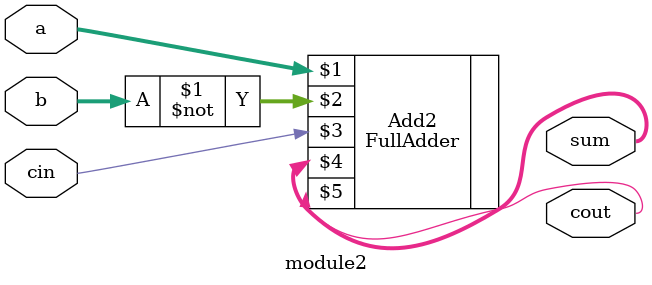
<source format=v>
module module2(a, b, cin, sum, cout);
	input [3:0] a, b;
	input cin;
	output [3:0] sum;
	output cout;
	FullAdder Add2(a, ~b, cin, sum, cout);
endmodule 
</source>
